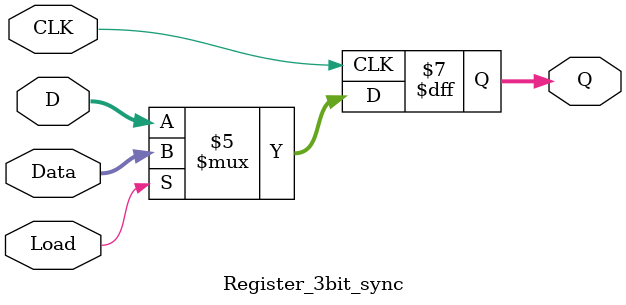
<source format=v>
module Register_3bit_sync(CLK, Data, Load, D, Q);
  input CLK;
  input [2:0]Data;
  input Load;
  input [2:0]D;
  output reg [2:0]Q;
  
initial begin
  Q = 0;
end
  
  
  
always @(posedge CLK) begin
    if (Load == 1)
      Q = Data;
    else
      Q = D;
      
end

endmodule
</source>
